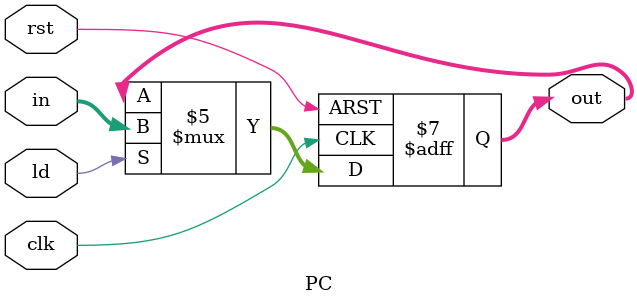
<source format=v>
`timescale 1ns/1ns//changed
module PC (clk,rst,ld,in,out);
    input clk,rst,ld;
    input [11:0]in;//12 bit
    output reg [11:0]out;// 12 bit

    always @(posedge clk, posedge rst) begin
        if(rst==1'b1)begin
            out=12'd0;
        end
        else if(ld==1'b1)begin
             out=in;
        end
    end
endmodule
</source>
